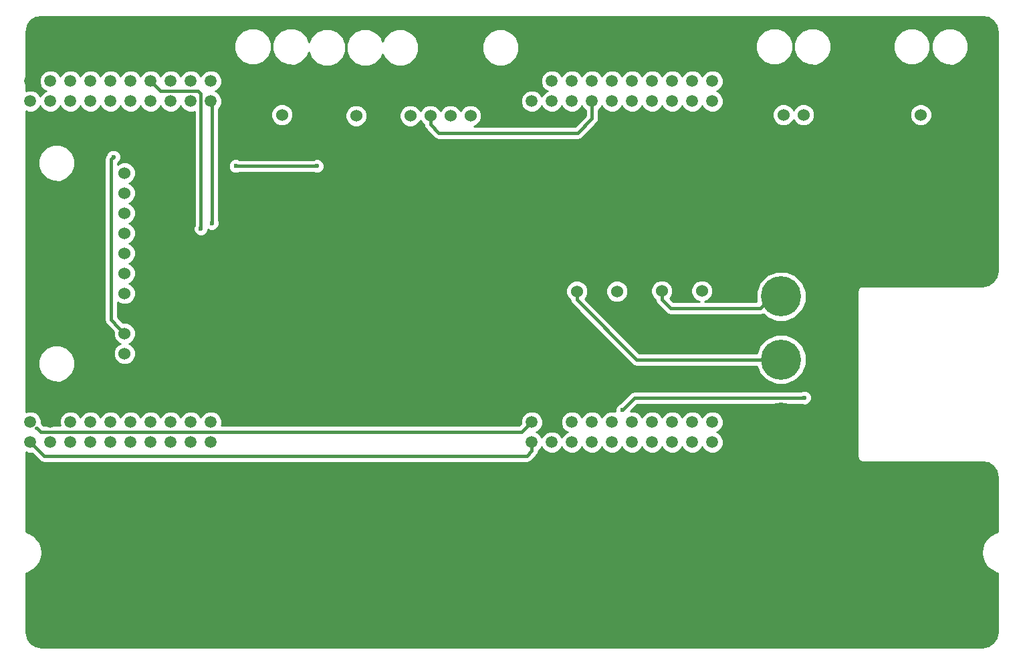
<source format=gbr>
G04 #@! TF.FileFunction,Copper,L2,Bot,Signal*
%FSLAX46Y46*%
G04 Gerber Fmt 4.6, Leading zero omitted, Abs format (unit mm)*
G04 Created by KiCad (PCBNEW 4.0.7) date 03/26/18 21:42:40*
%MOMM*%
%LPD*%
G01*
G04 APERTURE LIST*
%ADD10C,0.100000*%
%ADD11C,1.524000*%
%ADD12C,1.520000*%
%ADD13C,5.080000*%
%ADD14C,0.600000*%
%ADD15C,0.406400*%
%ADD16C,0.254000*%
G04 APERTURE END LIST*
D10*
D11*
X167386000Y-84709000D03*
X169926000Y-84709000D03*
X172466000Y-84709000D03*
X175006000Y-84709000D03*
X177546000Y-84709000D03*
D12*
X182778400Y-126034800D03*
X205638400Y-80314800D03*
X203098400Y-80314800D03*
X195478400Y-80314800D03*
X192938400Y-123494800D03*
X198018400Y-80314800D03*
X200558400Y-80314800D03*
X198018400Y-126034800D03*
X203098400Y-123494800D03*
X192938400Y-80314800D03*
X190398400Y-80314800D03*
X203098400Y-126034800D03*
X198018400Y-123494800D03*
X195478400Y-123494800D03*
X182778400Y-123494800D03*
X185318400Y-123494800D03*
X187858400Y-123494800D03*
X190398400Y-123494800D03*
X200558400Y-123494800D03*
X205638400Y-123494800D03*
X185318400Y-126034800D03*
X187858400Y-126034800D03*
X190398400Y-126034800D03*
X192938400Y-126034800D03*
X195478400Y-126034800D03*
X200558400Y-126034800D03*
X205638400Y-126034800D03*
X182778400Y-82854800D03*
X185318400Y-82854800D03*
X187858400Y-82854800D03*
X190398400Y-82854800D03*
X192938400Y-82854800D03*
X195478400Y-82854800D03*
X198018400Y-82854800D03*
X200558400Y-82854800D03*
X203098400Y-82854800D03*
X205638400Y-82854800D03*
X182778400Y-80314800D03*
X185318400Y-80314800D03*
X187858400Y-80314800D03*
X119278400Y-123494800D03*
X121818400Y-123494800D03*
X124358400Y-123494800D03*
X126898400Y-123494800D03*
X129438400Y-123494800D03*
X131978400Y-123494800D03*
X134518400Y-123494800D03*
X137058400Y-123494800D03*
X139598400Y-123494800D03*
X142138400Y-123494800D03*
X119278400Y-126034800D03*
X121818400Y-126034800D03*
X124358400Y-126034800D03*
X126898400Y-126034800D03*
X129438400Y-126034800D03*
X131978400Y-126034800D03*
X134518400Y-126034800D03*
X137058400Y-126034800D03*
X139598400Y-126034800D03*
X142138400Y-126034800D03*
X119278400Y-82854800D03*
X121818400Y-82854800D03*
X124358400Y-82854800D03*
X126898400Y-82854800D03*
X129438400Y-82854800D03*
X131978400Y-82854800D03*
X134518400Y-82854800D03*
X137058400Y-82854800D03*
X139598400Y-82854800D03*
X142138400Y-82854800D03*
X119278400Y-80314800D03*
X121818400Y-80314800D03*
X124358400Y-80314800D03*
X126898400Y-80314800D03*
X129438400Y-80314800D03*
X131978400Y-80314800D03*
X134518400Y-80314800D03*
X137058400Y-80314800D03*
X139598400Y-80314800D03*
X142138400Y-80314800D03*
D13*
X214325200Y-107571000D03*
X214325200Y-115570000D03*
X214325200Y-123571000D03*
D11*
X131216400Y-114808000D03*
X131216400Y-112268000D03*
X131216400Y-109728000D03*
X131216400Y-107188000D03*
X131216400Y-104648000D03*
X131216400Y-102108000D03*
X131216400Y-99568000D03*
X131216400Y-97028000D03*
X131216400Y-94488000D03*
X131216400Y-91948000D03*
X157988000Y-84709000D03*
X160528000Y-84709000D03*
X148590000Y-84582000D03*
X151130000Y-84582000D03*
X188468000Y-106934000D03*
X191008000Y-106934000D03*
X193548000Y-106934000D03*
X199237600Y-106883200D03*
X201777600Y-106883200D03*
X204317600Y-106883200D03*
X214630000Y-84582000D03*
X217170000Y-84582000D03*
X232029000Y-84582000D03*
X234569000Y-84582000D03*
D14*
X142240000Y-98298000D03*
X161442400Y-101295200D03*
X154076400Y-98196400D03*
X212750400Y-91135200D03*
X220776800Y-91440000D03*
X149623308Y-95111966D03*
X159258000Y-95250000D03*
X145288000Y-91084400D03*
X155549600Y-91084400D03*
X129794000Y-89916000D03*
X217297000Y-120396000D03*
X194246500Y-121983500D03*
X140868400Y-99009200D03*
D15*
X142240000Y-98298000D02*
X142240000Y-82956400D01*
X142240000Y-82956400D02*
X142138400Y-82854800D01*
X188468000Y-106934000D02*
X188468000Y-108011630D01*
X188468000Y-108011630D02*
X196026370Y-115570000D01*
X196026370Y-115570000D02*
X210733098Y-115570000D01*
X210733098Y-115570000D02*
X214325200Y-115570000D01*
X120586500Y-124777500D02*
X181495700Y-124777500D01*
X181495700Y-124777500D02*
X182778400Y-123494800D01*
X120063799Y-124254799D02*
X120586500Y-124777500D01*
X120038399Y-124254799D02*
X120063799Y-124254799D01*
X182778400Y-123494800D02*
X182018401Y-124254799D01*
X182018401Y-124254799D02*
X182005701Y-124254799D01*
X155549600Y-91084400D02*
X145288000Y-91084400D01*
X129794000Y-89916000D02*
X129494001Y-90215999D01*
X129494001Y-90215999D02*
X129494001Y-110545601D01*
X129494001Y-110545601D02*
X130454401Y-111506001D01*
X130454401Y-111506001D02*
X131216400Y-112268000D01*
X200369770Y-109093000D02*
X209042000Y-109093000D01*
X209042000Y-109093000D02*
X209211098Y-109093000D01*
X213231000Y-107571000D02*
X211709000Y-109093000D01*
X211709000Y-109093000D02*
X209042000Y-109093000D01*
X214325200Y-107571000D02*
X213231000Y-107571000D01*
X199237600Y-106883200D02*
X199237600Y-107960830D01*
X199237600Y-107960830D02*
X200369770Y-109093000D01*
X194246500Y-121983500D02*
X195770500Y-120459500D01*
X195770500Y-120459500D02*
X217233500Y-120459500D01*
X217233500Y-120459500D02*
X217297000Y-120396000D01*
X169926000Y-84709000D02*
X169926000Y-85786630D01*
X169926000Y-85786630D02*
X171007370Y-86868000D01*
X171007370Y-86868000D02*
X188595000Y-86868000D01*
X188595000Y-86868000D02*
X190398400Y-85064600D01*
X190398400Y-85064600D02*
X190398400Y-82854800D01*
X140868400Y-96113600D02*
X140868400Y-99009200D01*
X140868400Y-95453200D02*
X140868400Y-96113600D01*
X140868400Y-83769200D02*
X140868400Y-95453200D01*
X140868400Y-81991200D02*
X140868400Y-83769200D01*
X140817600Y-81940400D02*
X140868400Y-81991200D01*
X140462000Y-81584800D02*
X140817600Y-81940400D01*
X134518400Y-80314800D02*
X135788400Y-81584800D01*
X135788400Y-81584800D02*
X140462000Y-81584800D01*
X182126002Y-127762000D02*
X121005600Y-127762000D01*
X121005600Y-127762000D02*
X119278400Y-126034800D01*
X182778400Y-126034800D02*
X182778400Y-127109602D01*
X182778400Y-127109602D02*
X182126002Y-127762000D01*
D16*
G36*
X240592029Y-72290819D02*
X241197691Y-72695509D01*
X241602381Y-73301171D01*
X241758400Y-74085526D01*
X241758400Y-104324074D01*
X241602381Y-105108429D01*
X241197691Y-105714091D01*
X240592029Y-106118781D01*
X239807669Y-106274800D01*
X224688400Y-106274800D01*
X224416695Y-106328846D01*
X224186354Y-106482754D01*
X224032446Y-106713095D01*
X223978400Y-106984800D01*
X223978400Y-127812800D01*
X224032446Y-128084505D01*
X224186354Y-128314846D01*
X224416695Y-128468754D01*
X224688400Y-128522800D01*
X239807669Y-128522800D01*
X240592029Y-128678819D01*
X241197691Y-129083509D01*
X241602381Y-129689171D01*
X241758400Y-130473526D01*
X241758400Y-137390118D01*
X241552273Y-137431119D01*
X241424302Y-137484127D01*
X241296332Y-137537133D01*
X240637104Y-137977616D01*
X240441216Y-138173504D01*
X240000734Y-138832732D01*
X240000734Y-138832733D01*
X239894719Y-139088673D01*
X239740042Y-139866286D01*
X239740043Y-140004800D01*
X239740042Y-140143314D01*
X239894719Y-140920927D01*
X239947018Y-141047186D01*
X240000734Y-141176868D01*
X240441216Y-141836096D01*
X240637104Y-142031984D01*
X241296332Y-142472467D01*
X241424302Y-142525473D01*
X241552273Y-142578481D01*
X241758400Y-142619482D01*
X241758400Y-150044074D01*
X241602381Y-150828429D01*
X241197691Y-151434091D01*
X240592029Y-151838781D01*
X239807669Y-151994800D01*
X120669126Y-151994800D01*
X119884771Y-151838781D01*
X119279109Y-151434091D01*
X118874419Y-150828429D01*
X118718400Y-150044069D01*
X118718400Y-142619482D01*
X118924527Y-142578481D01*
X119105504Y-142503517D01*
X119180468Y-142472466D01*
X119839696Y-142031984D01*
X120035584Y-141836096D01*
X120476067Y-141176868D01*
X120529782Y-141047186D01*
X120582081Y-140920927D01*
X120736757Y-140143315D01*
X120736757Y-139866285D01*
X120582081Y-139088673D01*
X120529074Y-138960703D01*
X120476067Y-138832732D01*
X120035584Y-138173504D01*
X119839696Y-137977616D01*
X119180468Y-137537134D01*
X119105504Y-137506083D01*
X118924527Y-137431119D01*
X118718400Y-137390118D01*
X118718400Y-127312752D01*
X118999700Y-127429558D01*
X119488190Y-127429984D01*
X120412903Y-128354697D01*
X120684835Y-128536396D01*
X121005600Y-128600200D01*
X182126002Y-128600200D01*
X182446768Y-128536396D01*
X182718699Y-128354697D01*
X183371097Y-127702299D01*
X183552796Y-127430368D01*
X183601815Y-127183929D01*
X183960334Y-126826036D01*
X184048354Y-126614062D01*
X184135087Y-126823972D01*
X184527164Y-127216734D01*
X185039700Y-127429558D01*
X185594665Y-127430042D01*
X186107572Y-127218113D01*
X186500334Y-126826036D01*
X186588354Y-126614062D01*
X186675087Y-126823972D01*
X187067164Y-127216734D01*
X187579700Y-127429558D01*
X188134665Y-127430042D01*
X188647572Y-127218113D01*
X189040334Y-126826036D01*
X189128354Y-126614062D01*
X189215087Y-126823972D01*
X189607164Y-127216734D01*
X190119700Y-127429558D01*
X190674665Y-127430042D01*
X191187572Y-127218113D01*
X191580334Y-126826036D01*
X191668354Y-126614062D01*
X191755087Y-126823972D01*
X192147164Y-127216734D01*
X192659700Y-127429558D01*
X193214665Y-127430042D01*
X193727572Y-127218113D01*
X194120334Y-126826036D01*
X194208354Y-126614062D01*
X194295087Y-126823972D01*
X194687164Y-127216734D01*
X195199700Y-127429558D01*
X195754665Y-127430042D01*
X196267572Y-127218113D01*
X196660334Y-126826036D01*
X196748354Y-126614062D01*
X196835087Y-126823972D01*
X197227164Y-127216734D01*
X197739700Y-127429558D01*
X198294665Y-127430042D01*
X198807572Y-127218113D01*
X199200334Y-126826036D01*
X199288354Y-126614062D01*
X199375087Y-126823972D01*
X199767164Y-127216734D01*
X200279700Y-127429558D01*
X200834665Y-127430042D01*
X201347572Y-127218113D01*
X201740334Y-126826036D01*
X201828354Y-126614062D01*
X201915087Y-126823972D01*
X202307164Y-127216734D01*
X202819700Y-127429558D01*
X203374665Y-127430042D01*
X203887572Y-127218113D01*
X204280334Y-126826036D01*
X204368354Y-126614062D01*
X204455087Y-126823972D01*
X204847164Y-127216734D01*
X205359700Y-127429558D01*
X205914665Y-127430042D01*
X206427572Y-127218113D01*
X206820334Y-126826036D01*
X207033158Y-126313500D01*
X207033642Y-125758535D01*
X206821713Y-125245628D01*
X206429636Y-124852866D01*
X206217662Y-124764846D01*
X206427572Y-124678113D01*
X206820334Y-124286036D01*
X207033158Y-123773500D01*
X207033642Y-123218535D01*
X206821713Y-122705628D01*
X206429636Y-122312866D01*
X205917100Y-122100042D01*
X205362135Y-122099558D01*
X204849228Y-122311487D01*
X204456466Y-122703564D01*
X204368446Y-122915538D01*
X204281713Y-122705628D01*
X203889636Y-122312866D01*
X203377100Y-122100042D01*
X202822135Y-122099558D01*
X202309228Y-122311487D01*
X201916466Y-122703564D01*
X201828446Y-122915538D01*
X201741713Y-122705628D01*
X201349636Y-122312866D01*
X200837100Y-122100042D01*
X200282135Y-122099558D01*
X199769228Y-122311487D01*
X199376466Y-122703564D01*
X199288446Y-122915538D01*
X199201713Y-122705628D01*
X198809636Y-122312866D01*
X198297100Y-122100042D01*
X197742135Y-122099558D01*
X197229228Y-122311487D01*
X196836466Y-122703564D01*
X196748446Y-122915538D01*
X196661713Y-122705628D01*
X196269636Y-122312866D01*
X195757100Y-122100042D01*
X195315737Y-122099657D01*
X196117694Y-121297700D01*
X217030396Y-121297700D01*
X217110201Y-121330838D01*
X217482167Y-121331162D01*
X217825943Y-121189117D01*
X218089192Y-120926327D01*
X218231838Y-120582799D01*
X218232162Y-120210833D01*
X218090117Y-119867057D01*
X217827327Y-119603808D01*
X217483799Y-119461162D01*
X217111833Y-119460838D01*
X216768057Y-119602883D01*
X216749608Y-119621300D01*
X195770500Y-119621300D01*
X195449735Y-119685104D01*
X195449733Y-119685105D01*
X195449734Y-119685105D01*
X195177803Y-119866803D01*
X193950454Y-121094152D01*
X193717557Y-121190383D01*
X193454308Y-121453173D01*
X193311662Y-121796701D01*
X193311364Y-122139184D01*
X193217100Y-122100042D01*
X192662135Y-122099558D01*
X192149228Y-122311487D01*
X191756466Y-122703564D01*
X191668446Y-122915538D01*
X191581713Y-122705628D01*
X191189636Y-122312866D01*
X190677100Y-122100042D01*
X190122135Y-122099558D01*
X189609228Y-122311487D01*
X189216466Y-122703564D01*
X189128446Y-122915538D01*
X189041713Y-122705628D01*
X188649636Y-122312866D01*
X188137100Y-122100042D01*
X187582135Y-122099558D01*
X187069228Y-122311487D01*
X186676466Y-122703564D01*
X186463642Y-123216100D01*
X186463158Y-123771065D01*
X186675087Y-124283972D01*
X187067164Y-124676734D01*
X187279138Y-124764754D01*
X187069228Y-124851487D01*
X186676466Y-125243564D01*
X186588446Y-125455538D01*
X186501713Y-125245628D01*
X186109636Y-124852866D01*
X185597100Y-124640042D01*
X185042135Y-124639558D01*
X184529228Y-124851487D01*
X184136466Y-125243564D01*
X184048446Y-125455538D01*
X183961713Y-125245628D01*
X183569636Y-124852866D01*
X183357662Y-124764846D01*
X183567572Y-124678113D01*
X183960334Y-124286036D01*
X184173158Y-123773500D01*
X184173642Y-123218535D01*
X183961713Y-122705628D01*
X183569636Y-122312866D01*
X183057100Y-122100042D01*
X182502135Y-122099558D01*
X181989228Y-122311487D01*
X181596466Y-122703564D01*
X181383642Y-123216100D01*
X181383216Y-123704590D01*
X181148506Y-123939300D01*
X143464312Y-123939300D01*
X143533158Y-123773500D01*
X143533642Y-123218535D01*
X143321713Y-122705628D01*
X142929636Y-122312866D01*
X142417100Y-122100042D01*
X141862135Y-122099558D01*
X141349228Y-122311487D01*
X140956466Y-122703564D01*
X140868446Y-122915538D01*
X140781713Y-122705628D01*
X140389636Y-122312866D01*
X139877100Y-122100042D01*
X139322135Y-122099558D01*
X138809228Y-122311487D01*
X138416466Y-122703564D01*
X138328446Y-122915538D01*
X138241713Y-122705628D01*
X137849636Y-122312866D01*
X137337100Y-122100042D01*
X136782135Y-122099558D01*
X136269228Y-122311487D01*
X135876466Y-122703564D01*
X135788446Y-122915538D01*
X135701713Y-122705628D01*
X135309636Y-122312866D01*
X134797100Y-122100042D01*
X134242135Y-122099558D01*
X133729228Y-122311487D01*
X133336466Y-122703564D01*
X133248446Y-122915538D01*
X133161713Y-122705628D01*
X132769636Y-122312866D01*
X132257100Y-122100042D01*
X131702135Y-122099558D01*
X131189228Y-122311487D01*
X130796466Y-122703564D01*
X130708446Y-122915538D01*
X130621713Y-122705628D01*
X130229636Y-122312866D01*
X129717100Y-122100042D01*
X129162135Y-122099558D01*
X128649228Y-122311487D01*
X128256466Y-122703564D01*
X128168446Y-122915538D01*
X128081713Y-122705628D01*
X127689636Y-122312866D01*
X127177100Y-122100042D01*
X126622135Y-122099558D01*
X126109228Y-122311487D01*
X125716466Y-122703564D01*
X125628446Y-122915538D01*
X125541713Y-122705628D01*
X125149636Y-122312866D01*
X124637100Y-122100042D01*
X124082135Y-122099558D01*
X123569228Y-122311487D01*
X123176466Y-122703564D01*
X122963642Y-123216100D01*
X122963158Y-123771065D01*
X123032671Y-123939300D01*
X120933694Y-123939300D01*
X120673241Y-123678847D01*
X120673642Y-123218535D01*
X120461713Y-122705628D01*
X120069636Y-122312866D01*
X119557100Y-122100042D01*
X119002135Y-122099558D01*
X118718400Y-122216795D01*
X118718400Y-116545373D01*
X120219991Y-116545373D01*
X120578523Y-117413086D01*
X121241822Y-118077544D01*
X122108908Y-118437589D01*
X123047773Y-118438409D01*
X123915486Y-118079877D01*
X124579944Y-117416578D01*
X124939989Y-116549492D01*
X124940809Y-115610627D01*
X124582277Y-114742914D01*
X123918978Y-114078456D01*
X123051892Y-113718411D01*
X122113027Y-113717591D01*
X121245314Y-114076123D01*
X120580856Y-114739422D01*
X120220811Y-115606508D01*
X120219991Y-116545373D01*
X118718400Y-116545373D01*
X118718400Y-91145373D01*
X120219991Y-91145373D01*
X120578523Y-92013086D01*
X121241822Y-92677544D01*
X122108908Y-93037589D01*
X123047773Y-93038409D01*
X123915486Y-92679877D01*
X124579944Y-92016578D01*
X124939989Y-91149492D01*
X124940804Y-90215999D01*
X128655801Y-90215999D01*
X128655801Y-110545601D01*
X128719605Y-110866367D01*
X128901304Y-111138298D01*
X129819584Y-112056578D01*
X129819158Y-112544661D01*
X130031390Y-113058303D01*
X130424030Y-113451629D01*
X130631912Y-113537949D01*
X130426097Y-113622990D01*
X130032771Y-114015630D01*
X129819643Y-114528900D01*
X129819158Y-115084661D01*
X130031390Y-115598303D01*
X130424030Y-115991629D01*
X130937300Y-116204757D01*
X131493061Y-116205242D01*
X132006703Y-115993010D01*
X132400029Y-115600370D01*
X132613157Y-115087100D01*
X132613642Y-114531339D01*
X132401410Y-114017697D01*
X132008770Y-113624371D01*
X131800888Y-113538051D01*
X132006703Y-113453010D01*
X132400029Y-113060370D01*
X132613157Y-112547100D01*
X132613642Y-111991339D01*
X132401410Y-111477697D01*
X132008770Y-111084371D01*
X131495500Y-110871243D01*
X131004609Y-110870815D01*
X130332201Y-110198407D01*
X130332201Y-108279640D01*
X130424030Y-108371629D01*
X130937300Y-108584757D01*
X131493061Y-108585242D01*
X132006703Y-108373010D01*
X132400029Y-107980370D01*
X132613157Y-107467100D01*
X132613380Y-107210661D01*
X187070758Y-107210661D01*
X187282990Y-107724303D01*
X187644727Y-108086672D01*
X187693604Y-108332396D01*
X187875303Y-108604327D01*
X195433673Y-116162697D01*
X195705604Y-116344396D01*
X196026370Y-116408200D01*
X211236182Y-116408200D01*
X211631996Y-117366143D01*
X212524359Y-118260065D01*
X213690883Y-118744448D01*
X214953976Y-118745550D01*
X216121343Y-118263204D01*
X217015265Y-117370841D01*
X217499648Y-116204317D01*
X217500750Y-114941224D01*
X217018404Y-113773857D01*
X216126041Y-112879935D01*
X214959517Y-112395552D01*
X213696424Y-112394450D01*
X212529057Y-112876796D01*
X211635135Y-113769159D01*
X211235412Y-114731800D01*
X196373564Y-114731800D01*
X189509758Y-107867994D01*
X189651629Y-107726370D01*
X189864757Y-107213100D01*
X189864759Y-107210661D01*
X192150758Y-107210661D01*
X192362990Y-107724303D01*
X192755630Y-108117629D01*
X193268900Y-108330757D01*
X193824661Y-108331242D01*
X194338303Y-108119010D01*
X194731629Y-107726370D01*
X194944757Y-107213100D01*
X194944803Y-107159861D01*
X197840358Y-107159861D01*
X198052590Y-107673503D01*
X198414327Y-108035872D01*
X198463204Y-108281596D01*
X198644903Y-108553527D01*
X199777073Y-109685697D01*
X200049004Y-109867396D01*
X200369770Y-109931200D01*
X211709000Y-109931200D01*
X212029766Y-109867396D01*
X212090720Y-109826668D01*
X212524359Y-110261065D01*
X213690883Y-110745448D01*
X214953976Y-110746550D01*
X216121343Y-110264204D01*
X217015265Y-109371841D01*
X217499648Y-108205317D01*
X217500750Y-106942224D01*
X217018404Y-105774857D01*
X216126041Y-104880935D01*
X214959517Y-104396552D01*
X213696424Y-104395450D01*
X212529057Y-104877796D01*
X211635135Y-105770159D01*
X211150752Y-106936683D01*
X211149650Y-108199776D01*
X211172385Y-108254800D01*
X204656320Y-108254800D01*
X205107903Y-108068210D01*
X205501229Y-107675570D01*
X205714357Y-107162300D01*
X205714842Y-106606539D01*
X205502610Y-106092897D01*
X205109970Y-105699571D01*
X204596700Y-105486443D01*
X204040939Y-105485958D01*
X203527297Y-105698190D01*
X203133971Y-106090830D01*
X202920843Y-106604100D01*
X202920358Y-107159861D01*
X203132590Y-107673503D01*
X203525230Y-108066829D01*
X203977915Y-108254800D01*
X200716964Y-108254800D01*
X200279358Y-107817194D01*
X200421229Y-107675570D01*
X200634357Y-107162300D01*
X200634842Y-106606539D01*
X200422610Y-106092897D01*
X200029970Y-105699571D01*
X199516700Y-105486443D01*
X198960939Y-105485958D01*
X198447297Y-105698190D01*
X198053971Y-106090830D01*
X197840843Y-106604100D01*
X197840358Y-107159861D01*
X194944803Y-107159861D01*
X194945242Y-106657339D01*
X194733010Y-106143697D01*
X194340370Y-105750371D01*
X193827100Y-105537243D01*
X193271339Y-105536758D01*
X192757697Y-105748990D01*
X192364371Y-106141630D01*
X192151243Y-106654900D01*
X192150758Y-107210661D01*
X189864759Y-107210661D01*
X189865242Y-106657339D01*
X189653010Y-106143697D01*
X189260370Y-105750371D01*
X188747100Y-105537243D01*
X188191339Y-105536758D01*
X187677697Y-105748990D01*
X187284371Y-106141630D01*
X187071243Y-106654900D01*
X187070758Y-107210661D01*
X132613380Y-107210661D01*
X132613642Y-106911339D01*
X132401410Y-106397697D01*
X132008770Y-106004371D01*
X131800888Y-105918051D01*
X132006703Y-105833010D01*
X132400029Y-105440370D01*
X132613157Y-104927100D01*
X132613642Y-104371339D01*
X132401410Y-103857697D01*
X132008770Y-103464371D01*
X131800888Y-103378051D01*
X132006703Y-103293010D01*
X132400029Y-102900370D01*
X132613157Y-102387100D01*
X132613642Y-101831339D01*
X132401410Y-101317697D01*
X132008770Y-100924371D01*
X131800888Y-100838051D01*
X132006703Y-100753010D01*
X132400029Y-100360370D01*
X132613157Y-99847100D01*
X132613642Y-99291339D01*
X132401410Y-98777697D01*
X132008770Y-98384371D01*
X131800888Y-98298051D01*
X132006703Y-98213010D01*
X132400029Y-97820370D01*
X132613157Y-97307100D01*
X132613642Y-96751339D01*
X132401410Y-96237697D01*
X132008770Y-95844371D01*
X131800888Y-95758051D01*
X132006703Y-95673010D01*
X132400029Y-95280370D01*
X132613157Y-94767100D01*
X132613642Y-94211339D01*
X132401410Y-93697697D01*
X132008770Y-93304371D01*
X131800888Y-93218051D01*
X132006703Y-93133010D01*
X132400029Y-92740370D01*
X132613157Y-92227100D01*
X132613642Y-91671339D01*
X132401410Y-91157697D01*
X132008770Y-90764371D01*
X131495500Y-90551243D01*
X130939739Y-90550758D01*
X130426097Y-90762990D01*
X130332201Y-90856722D01*
X130332201Y-90699875D01*
X130586192Y-90446327D01*
X130728838Y-90102799D01*
X130729162Y-89730833D01*
X130587117Y-89387057D01*
X130324327Y-89123808D01*
X129980799Y-88981162D01*
X129608833Y-88980838D01*
X129265057Y-89122883D01*
X129001808Y-89385673D01*
X128904436Y-89620170D01*
X128901304Y-89623302D01*
X128719605Y-89895233D01*
X128719605Y-89895234D01*
X128655801Y-90215999D01*
X124940804Y-90215999D01*
X124940809Y-90210627D01*
X124582277Y-89342914D01*
X123918978Y-88678456D01*
X123051892Y-88318411D01*
X122113027Y-88317591D01*
X121245314Y-88676123D01*
X120580856Y-89339422D01*
X120220811Y-90206508D01*
X120219991Y-91145373D01*
X118718400Y-91145373D01*
X118718400Y-84132752D01*
X118999700Y-84249558D01*
X119554665Y-84250042D01*
X120067572Y-84038113D01*
X120460334Y-83646036D01*
X120548354Y-83434062D01*
X120635087Y-83643972D01*
X121027164Y-84036734D01*
X121539700Y-84249558D01*
X122094665Y-84250042D01*
X122607572Y-84038113D01*
X123000334Y-83646036D01*
X123088354Y-83434062D01*
X123175087Y-83643972D01*
X123567164Y-84036734D01*
X124079700Y-84249558D01*
X124634665Y-84250042D01*
X125147572Y-84038113D01*
X125540334Y-83646036D01*
X125628354Y-83434062D01*
X125715087Y-83643972D01*
X126107164Y-84036734D01*
X126619700Y-84249558D01*
X127174665Y-84250042D01*
X127687572Y-84038113D01*
X128080334Y-83646036D01*
X128168354Y-83434062D01*
X128255087Y-83643972D01*
X128647164Y-84036734D01*
X129159700Y-84249558D01*
X129714665Y-84250042D01*
X130227572Y-84038113D01*
X130620334Y-83646036D01*
X130708354Y-83434062D01*
X130795087Y-83643972D01*
X131187164Y-84036734D01*
X131699700Y-84249558D01*
X132254665Y-84250042D01*
X132767572Y-84038113D01*
X133160334Y-83646036D01*
X133248354Y-83434062D01*
X133335087Y-83643972D01*
X133727164Y-84036734D01*
X134239700Y-84249558D01*
X134794665Y-84250042D01*
X135307572Y-84038113D01*
X135700334Y-83646036D01*
X135788354Y-83434062D01*
X135875087Y-83643972D01*
X136267164Y-84036734D01*
X136779700Y-84249558D01*
X137334665Y-84250042D01*
X137847572Y-84038113D01*
X138240334Y-83646036D01*
X138328354Y-83434062D01*
X138415087Y-83643972D01*
X138807164Y-84036734D01*
X139319700Y-84249558D01*
X139874665Y-84250042D01*
X140030200Y-84185776D01*
X140030200Y-98589672D01*
X139933562Y-98822401D01*
X139933238Y-99194367D01*
X140075283Y-99538143D01*
X140338073Y-99801392D01*
X140681601Y-99944038D01*
X141053567Y-99944362D01*
X141397343Y-99802317D01*
X141660592Y-99539527D01*
X141803238Y-99195999D01*
X141803296Y-99129068D01*
X142053201Y-99232838D01*
X142425167Y-99233162D01*
X142768943Y-99091117D01*
X143032192Y-98828327D01*
X143174838Y-98484799D01*
X143175162Y-98112833D01*
X143078200Y-97878166D01*
X143078200Y-91269567D01*
X144352838Y-91269567D01*
X144494883Y-91613343D01*
X144757673Y-91876592D01*
X145101201Y-92019238D01*
X145473167Y-92019562D01*
X145707834Y-91922600D01*
X155130072Y-91922600D01*
X155362801Y-92019238D01*
X155734767Y-92019562D01*
X156078543Y-91877517D01*
X156341792Y-91614727D01*
X156484438Y-91271199D01*
X156484762Y-90899233D01*
X156342717Y-90555457D01*
X156079927Y-90292208D01*
X155736399Y-90149562D01*
X155364433Y-90149238D01*
X155129766Y-90246200D01*
X145707528Y-90246200D01*
X145474799Y-90149562D01*
X145102833Y-90149238D01*
X144759057Y-90291283D01*
X144495808Y-90554073D01*
X144353162Y-90897601D01*
X144352838Y-91269567D01*
X143078200Y-91269567D01*
X143078200Y-84858661D01*
X149732758Y-84858661D01*
X149944990Y-85372303D01*
X150337630Y-85765629D01*
X150850900Y-85978757D01*
X151406661Y-85979242D01*
X151920303Y-85767010D01*
X152313629Y-85374370D01*
X152475034Y-84985661D01*
X159130758Y-84985661D01*
X159342990Y-85499303D01*
X159735630Y-85892629D01*
X160248900Y-86105757D01*
X160804661Y-86106242D01*
X161318303Y-85894010D01*
X161711629Y-85501370D01*
X161924757Y-84988100D01*
X161924759Y-84985661D01*
X165988758Y-84985661D01*
X166200990Y-85499303D01*
X166593630Y-85892629D01*
X167106900Y-86105757D01*
X167662661Y-86106242D01*
X168176303Y-85894010D01*
X168569629Y-85501370D01*
X168655949Y-85293488D01*
X168740990Y-85499303D01*
X169102727Y-85861672D01*
X169151604Y-86107396D01*
X169333303Y-86379327D01*
X170414673Y-87460697D01*
X170686604Y-87642396D01*
X171007370Y-87706200D01*
X188595000Y-87706200D01*
X188915766Y-87642396D01*
X189187697Y-87460697D01*
X190991097Y-85657297D01*
X191172796Y-85385365D01*
X191236600Y-85064600D01*
X191236600Y-84858661D01*
X213232758Y-84858661D01*
X213444990Y-85372303D01*
X213837630Y-85765629D01*
X214350900Y-85978757D01*
X214906661Y-85979242D01*
X215420303Y-85767010D01*
X215813629Y-85374370D01*
X215899949Y-85166488D01*
X215984990Y-85372303D01*
X216377630Y-85765629D01*
X216890900Y-85978757D01*
X217446661Y-85979242D01*
X217960303Y-85767010D01*
X218353629Y-85374370D01*
X218566757Y-84861100D01*
X218566759Y-84858661D01*
X230631758Y-84858661D01*
X230843990Y-85372303D01*
X231236630Y-85765629D01*
X231749900Y-85978757D01*
X232305661Y-85979242D01*
X232819303Y-85767010D01*
X233212629Y-85374370D01*
X233425757Y-84861100D01*
X233426242Y-84305339D01*
X233214010Y-83791697D01*
X232821370Y-83398371D01*
X232308100Y-83185243D01*
X231752339Y-83184758D01*
X231238697Y-83396990D01*
X230845371Y-83789630D01*
X230632243Y-84302900D01*
X230631758Y-84858661D01*
X218566759Y-84858661D01*
X218567242Y-84305339D01*
X218355010Y-83791697D01*
X217962370Y-83398371D01*
X217449100Y-83185243D01*
X216893339Y-83184758D01*
X216379697Y-83396990D01*
X215986371Y-83789630D01*
X215900051Y-83997512D01*
X215815010Y-83791697D01*
X215422370Y-83398371D01*
X214909100Y-83185243D01*
X214353339Y-83184758D01*
X213839697Y-83396990D01*
X213446371Y-83789630D01*
X213233243Y-84302900D01*
X213232758Y-84858661D01*
X191236600Y-84858661D01*
X191236600Y-83989171D01*
X191580334Y-83646036D01*
X191668354Y-83434062D01*
X191755087Y-83643972D01*
X192147164Y-84036734D01*
X192659700Y-84249558D01*
X193214665Y-84250042D01*
X193727572Y-84038113D01*
X194120334Y-83646036D01*
X194208354Y-83434062D01*
X194295087Y-83643972D01*
X194687164Y-84036734D01*
X195199700Y-84249558D01*
X195754665Y-84250042D01*
X196267572Y-84038113D01*
X196660334Y-83646036D01*
X196748354Y-83434062D01*
X196835087Y-83643972D01*
X197227164Y-84036734D01*
X197739700Y-84249558D01*
X198294665Y-84250042D01*
X198807572Y-84038113D01*
X199200334Y-83646036D01*
X199288354Y-83434062D01*
X199375087Y-83643972D01*
X199767164Y-84036734D01*
X200279700Y-84249558D01*
X200834665Y-84250042D01*
X201347572Y-84038113D01*
X201740334Y-83646036D01*
X201828354Y-83434062D01*
X201915087Y-83643972D01*
X202307164Y-84036734D01*
X202819700Y-84249558D01*
X203374665Y-84250042D01*
X203887572Y-84038113D01*
X204280334Y-83646036D01*
X204368354Y-83434062D01*
X204455087Y-83643972D01*
X204847164Y-84036734D01*
X205359700Y-84249558D01*
X205914665Y-84250042D01*
X206427572Y-84038113D01*
X206820334Y-83646036D01*
X207033158Y-83133500D01*
X207033642Y-82578535D01*
X206821713Y-82065628D01*
X206429636Y-81672866D01*
X206217662Y-81584846D01*
X206427572Y-81498113D01*
X206820334Y-81106036D01*
X207033158Y-80593500D01*
X207033642Y-80038535D01*
X206821713Y-79525628D01*
X206429636Y-79132866D01*
X205917100Y-78920042D01*
X205362135Y-78919558D01*
X204849228Y-79131487D01*
X204456466Y-79523564D01*
X204368446Y-79735538D01*
X204281713Y-79525628D01*
X203889636Y-79132866D01*
X203377100Y-78920042D01*
X202822135Y-78919558D01*
X202309228Y-79131487D01*
X201916466Y-79523564D01*
X201828446Y-79735538D01*
X201741713Y-79525628D01*
X201349636Y-79132866D01*
X200837100Y-78920042D01*
X200282135Y-78919558D01*
X199769228Y-79131487D01*
X199376466Y-79523564D01*
X199288446Y-79735538D01*
X199201713Y-79525628D01*
X198809636Y-79132866D01*
X198297100Y-78920042D01*
X197742135Y-78919558D01*
X197229228Y-79131487D01*
X196836466Y-79523564D01*
X196748446Y-79735538D01*
X196661713Y-79525628D01*
X196269636Y-79132866D01*
X195757100Y-78920042D01*
X195202135Y-78919558D01*
X194689228Y-79131487D01*
X194296466Y-79523564D01*
X194208446Y-79735538D01*
X194121713Y-79525628D01*
X193729636Y-79132866D01*
X193217100Y-78920042D01*
X192662135Y-78919558D01*
X192149228Y-79131487D01*
X191756466Y-79523564D01*
X191668446Y-79735538D01*
X191581713Y-79525628D01*
X191189636Y-79132866D01*
X190677100Y-78920042D01*
X190122135Y-78919558D01*
X189609228Y-79131487D01*
X189216466Y-79523564D01*
X189128446Y-79735538D01*
X189041713Y-79525628D01*
X188649636Y-79132866D01*
X188137100Y-78920042D01*
X187582135Y-78919558D01*
X187069228Y-79131487D01*
X186676466Y-79523564D01*
X186588446Y-79735538D01*
X186501713Y-79525628D01*
X186109636Y-79132866D01*
X185597100Y-78920042D01*
X185042135Y-78919558D01*
X184529228Y-79131487D01*
X184136466Y-79523564D01*
X183923642Y-80036100D01*
X183923158Y-80591065D01*
X184135087Y-81103972D01*
X184527164Y-81496734D01*
X184739138Y-81584754D01*
X184529228Y-81671487D01*
X184136466Y-82063564D01*
X184048446Y-82275538D01*
X183961713Y-82065628D01*
X183569636Y-81672866D01*
X183057100Y-81460042D01*
X182502135Y-81459558D01*
X181989228Y-81671487D01*
X181596466Y-82063564D01*
X181383642Y-82576100D01*
X181383158Y-83131065D01*
X181595087Y-83643972D01*
X181987164Y-84036734D01*
X182499700Y-84249558D01*
X183054665Y-84250042D01*
X183567572Y-84038113D01*
X183960334Y-83646036D01*
X184048354Y-83434062D01*
X184135087Y-83643972D01*
X184527164Y-84036734D01*
X185039700Y-84249558D01*
X185594665Y-84250042D01*
X186107572Y-84038113D01*
X186500334Y-83646036D01*
X186588354Y-83434062D01*
X186675087Y-83643972D01*
X187067164Y-84036734D01*
X187579700Y-84249558D01*
X188134665Y-84250042D01*
X188647572Y-84038113D01*
X189040334Y-83646036D01*
X189128354Y-83434062D01*
X189215087Y-83643972D01*
X189560200Y-83989688D01*
X189560200Y-84717406D01*
X188247806Y-86029800D01*
X175467665Y-86029800D01*
X175796303Y-85894010D01*
X176189629Y-85501370D01*
X176402757Y-84988100D01*
X176403242Y-84432339D01*
X176191010Y-83918697D01*
X175798370Y-83525371D01*
X175285100Y-83312243D01*
X174729339Y-83311758D01*
X174215697Y-83523990D01*
X173822371Y-83916630D01*
X173736051Y-84124512D01*
X173651010Y-83918697D01*
X173258370Y-83525371D01*
X172745100Y-83312243D01*
X172189339Y-83311758D01*
X171675697Y-83523990D01*
X171282371Y-83916630D01*
X171196051Y-84124512D01*
X171111010Y-83918697D01*
X170718370Y-83525371D01*
X170205100Y-83312243D01*
X169649339Y-83311758D01*
X169135697Y-83523990D01*
X168742371Y-83916630D01*
X168656051Y-84124512D01*
X168571010Y-83918697D01*
X168178370Y-83525371D01*
X167665100Y-83312243D01*
X167109339Y-83311758D01*
X166595697Y-83523990D01*
X166202371Y-83916630D01*
X165989243Y-84429900D01*
X165988758Y-84985661D01*
X161924759Y-84985661D01*
X161925242Y-84432339D01*
X161713010Y-83918697D01*
X161320370Y-83525371D01*
X160807100Y-83312243D01*
X160251339Y-83311758D01*
X159737697Y-83523990D01*
X159344371Y-83916630D01*
X159131243Y-84429900D01*
X159130758Y-84985661D01*
X152475034Y-84985661D01*
X152526757Y-84861100D01*
X152527242Y-84305339D01*
X152315010Y-83791697D01*
X151922370Y-83398371D01*
X151409100Y-83185243D01*
X150853339Y-83184758D01*
X150339697Y-83396990D01*
X149946371Y-83789630D01*
X149733243Y-84302900D01*
X149732758Y-84858661D01*
X143078200Y-84858661D01*
X143078200Y-83887748D01*
X143320334Y-83646036D01*
X143533158Y-83133500D01*
X143533642Y-82578535D01*
X143321713Y-82065628D01*
X142929636Y-81672866D01*
X142717662Y-81584846D01*
X142927572Y-81498113D01*
X143320334Y-81106036D01*
X143533158Y-80593500D01*
X143533642Y-80038535D01*
X143321713Y-79525628D01*
X142929636Y-79132866D01*
X142417100Y-78920042D01*
X141862135Y-78919558D01*
X141349228Y-79131487D01*
X140956466Y-79523564D01*
X140868446Y-79735538D01*
X140781713Y-79525628D01*
X140389636Y-79132866D01*
X139877100Y-78920042D01*
X139322135Y-78919558D01*
X138809228Y-79131487D01*
X138416466Y-79523564D01*
X138328446Y-79735538D01*
X138241713Y-79525628D01*
X137849636Y-79132866D01*
X137337100Y-78920042D01*
X136782135Y-78919558D01*
X136269228Y-79131487D01*
X135876466Y-79523564D01*
X135788446Y-79735538D01*
X135701713Y-79525628D01*
X135309636Y-79132866D01*
X134797100Y-78920042D01*
X134242135Y-78919558D01*
X133729228Y-79131487D01*
X133336466Y-79523564D01*
X133248446Y-79735538D01*
X133161713Y-79525628D01*
X132769636Y-79132866D01*
X132257100Y-78920042D01*
X131702135Y-78919558D01*
X131189228Y-79131487D01*
X130796466Y-79523564D01*
X130708446Y-79735538D01*
X130621713Y-79525628D01*
X130229636Y-79132866D01*
X129717100Y-78920042D01*
X129162135Y-78919558D01*
X128649228Y-79131487D01*
X128256466Y-79523564D01*
X128168446Y-79735538D01*
X128081713Y-79525628D01*
X127689636Y-79132866D01*
X127177100Y-78920042D01*
X126622135Y-78919558D01*
X126109228Y-79131487D01*
X125716466Y-79523564D01*
X125628446Y-79735538D01*
X125541713Y-79525628D01*
X125149636Y-79132866D01*
X124637100Y-78920042D01*
X124082135Y-78919558D01*
X123569228Y-79131487D01*
X123176466Y-79523564D01*
X123088446Y-79735538D01*
X123001713Y-79525628D01*
X122609636Y-79132866D01*
X122097100Y-78920042D01*
X121542135Y-78919558D01*
X121029228Y-79131487D01*
X120636466Y-79523564D01*
X120423642Y-80036100D01*
X120423158Y-80591065D01*
X120635087Y-81103972D01*
X121027164Y-81496734D01*
X121239138Y-81584754D01*
X121029228Y-81671487D01*
X120636466Y-82063564D01*
X120548446Y-82275538D01*
X120461713Y-82065628D01*
X120069636Y-81672866D01*
X119557100Y-81460042D01*
X119002135Y-81459558D01*
X118718400Y-81576795D01*
X118718400Y-76409373D01*
X145084591Y-76409373D01*
X145443123Y-77277086D01*
X146106422Y-77941544D01*
X146973508Y-78301589D01*
X147912373Y-78302409D01*
X148780086Y-77943877D01*
X149444544Y-77280578D01*
X149804589Y-76413492D01*
X149804589Y-76413373D01*
X149912591Y-76413373D01*
X150271123Y-77281086D01*
X150934422Y-77945544D01*
X151801508Y-78305589D01*
X152740373Y-78306409D01*
X153608086Y-77947877D01*
X154272544Y-77284578D01*
X154532784Y-76657849D01*
X154841123Y-77404086D01*
X155504422Y-78068544D01*
X156371508Y-78428589D01*
X157310373Y-78429409D01*
X158178086Y-78070877D01*
X158842544Y-77407578D01*
X159202589Y-76540492D01*
X159202589Y-76540373D01*
X159310591Y-76540373D01*
X159669123Y-77408086D01*
X160332422Y-78072544D01*
X161199508Y-78432589D01*
X162138373Y-78433409D01*
X163006086Y-78074877D01*
X163670544Y-77411578D01*
X163893604Y-76874389D01*
X164114123Y-77408086D01*
X164777422Y-78072544D01*
X165644508Y-78432589D01*
X166583373Y-78433409D01*
X167451086Y-78074877D01*
X168115544Y-77411578D01*
X168475589Y-76544492D01*
X168475592Y-76540373D01*
X176455591Y-76540373D01*
X176814123Y-77408086D01*
X177477422Y-78072544D01*
X178344508Y-78432589D01*
X179283373Y-78433409D01*
X180151086Y-78074877D01*
X180815544Y-77411578D01*
X181175589Y-76544492D01*
X181175707Y-76409373D01*
X211124591Y-76409373D01*
X211483123Y-77277086D01*
X212146422Y-77941544D01*
X213013508Y-78301589D01*
X213952373Y-78302409D01*
X214820086Y-77943877D01*
X215484544Y-77280578D01*
X215844589Y-76413492D01*
X215844589Y-76413373D01*
X215952591Y-76413373D01*
X216311123Y-77281086D01*
X216974422Y-77945544D01*
X217841508Y-78305589D01*
X218780373Y-78306409D01*
X219648086Y-77947877D01*
X220312544Y-77284578D01*
X220672589Y-76417492D01*
X220672596Y-76409373D01*
X228523591Y-76409373D01*
X228882123Y-77277086D01*
X229545422Y-77941544D01*
X230412508Y-78301589D01*
X231351373Y-78302409D01*
X232219086Y-77943877D01*
X232883544Y-77280578D01*
X233243589Y-76413492D01*
X233243589Y-76413373D01*
X233351591Y-76413373D01*
X233710123Y-77281086D01*
X234373422Y-77945544D01*
X235240508Y-78305589D01*
X236179373Y-78306409D01*
X237047086Y-77947877D01*
X237711544Y-77284578D01*
X238071589Y-76417492D01*
X238072409Y-75478627D01*
X237713877Y-74610914D01*
X237050578Y-73946456D01*
X236183492Y-73586411D01*
X235244627Y-73585591D01*
X234376914Y-73944123D01*
X233712456Y-74607422D01*
X233352411Y-75474508D01*
X233351591Y-76413373D01*
X233243589Y-76413373D01*
X233244409Y-75474627D01*
X232885877Y-74606914D01*
X232222578Y-73942456D01*
X231355492Y-73582411D01*
X230416627Y-73581591D01*
X229548914Y-73940123D01*
X228884456Y-74603422D01*
X228524411Y-75470508D01*
X228523591Y-76409373D01*
X220672596Y-76409373D01*
X220673409Y-75478627D01*
X220314877Y-74610914D01*
X219651578Y-73946456D01*
X218784492Y-73586411D01*
X217845627Y-73585591D01*
X216977914Y-73944123D01*
X216313456Y-74607422D01*
X215953411Y-75474508D01*
X215952591Y-76413373D01*
X215844589Y-76413373D01*
X215845409Y-75474627D01*
X215486877Y-74606914D01*
X214823578Y-73942456D01*
X213956492Y-73582411D01*
X213017627Y-73581591D01*
X212149914Y-73940123D01*
X211485456Y-74603422D01*
X211125411Y-75470508D01*
X211124591Y-76409373D01*
X181175707Y-76409373D01*
X181176409Y-75605627D01*
X180817877Y-74737914D01*
X180154578Y-74073456D01*
X179287492Y-73713411D01*
X178348627Y-73712591D01*
X177480914Y-74071123D01*
X176816456Y-74734422D01*
X176456411Y-75601508D01*
X176455591Y-76540373D01*
X168475592Y-76540373D01*
X168476409Y-75605627D01*
X168117877Y-74737914D01*
X167454578Y-74073456D01*
X166587492Y-73713411D01*
X165648627Y-73712591D01*
X164780914Y-74071123D01*
X164116456Y-74734422D01*
X163893396Y-75271611D01*
X163672877Y-74737914D01*
X163009578Y-74073456D01*
X162142492Y-73713411D01*
X161203627Y-73712591D01*
X160335914Y-74071123D01*
X159671456Y-74734422D01*
X159311411Y-75601508D01*
X159310591Y-76540373D01*
X159202589Y-76540373D01*
X159203409Y-75601627D01*
X158844877Y-74733914D01*
X158181578Y-74069456D01*
X157314492Y-73709411D01*
X156375627Y-73708591D01*
X155507914Y-74067123D01*
X154843456Y-74730422D01*
X154583216Y-75357151D01*
X154274877Y-74610914D01*
X153611578Y-73946456D01*
X152744492Y-73586411D01*
X151805627Y-73585591D01*
X150937914Y-73944123D01*
X150273456Y-74607422D01*
X149913411Y-75474508D01*
X149912591Y-76413373D01*
X149804589Y-76413373D01*
X149805409Y-75474627D01*
X149446877Y-74606914D01*
X148783578Y-73942456D01*
X147916492Y-73582411D01*
X146977627Y-73581591D01*
X146109914Y-73940123D01*
X145445456Y-74603422D01*
X145085411Y-75470508D01*
X145084591Y-76409373D01*
X118718400Y-76409373D01*
X118718400Y-74085531D01*
X118874419Y-73301171D01*
X119279109Y-72695509D01*
X119884771Y-72290819D01*
X120669126Y-72134800D01*
X239807669Y-72134800D01*
X240592029Y-72290819D01*
X240592029Y-72290819D01*
G37*
X240592029Y-72290819D02*
X241197691Y-72695509D01*
X241602381Y-73301171D01*
X241758400Y-74085526D01*
X241758400Y-104324074D01*
X241602381Y-105108429D01*
X241197691Y-105714091D01*
X240592029Y-106118781D01*
X239807669Y-106274800D01*
X224688400Y-106274800D01*
X224416695Y-106328846D01*
X224186354Y-106482754D01*
X224032446Y-106713095D01*
X223978400Y-106984800D01*
X223978400Y-127812800D01*
X224032446Y-128084505D01*
X224186354Y-128314846D01*
X224416695Y-128468754D01*
X224688400Y-128522800D01*
X239807669Y-128522800D01*
X240592029Y-128678819D01*
X241197691Y-129083509D01*
X241602381Y-129689171D01*
X241758400Y-130473526D01*
X241758400Y-137390118D01*
X241552273Y-137431119D01*
X241424302Y-137484127D01*
X241296332Y-137537133D01*
X240637104Y-137977616D01*
X240441216Y-138173504D01*
X240000734Y-138832732D01*
X240000734Y-138832733D01*
X239894719Y-139088673D01*
X239740042Y-139866286D01*
X239740043Y-140004800D01*
X239740042Y-140143314D01*
X239894719Y-140920927D01*
X239947018Y-141047186D01*
X240000734Y-141176868D01*
X240441216Y-141836096D01*
X240637104Y-142031984D01*
X241296332Y-142472467D01*
X241424302Y-142525473D01*
X241552273Y-142578481D01*
X241758400Y-142619482D01*
X241758400Y-150044074D01*
X241602381Y-150828429D01*
X241197691Y-151434091D01*
X240592029Y-151838781D01*
X239807669Y-151994800D01*
X120669126Y-151994800D01*
X119884771Y-151838781D01*
X119279109Y-151434091D01*
X118874419Y-150828429D01*
X118718400Y-150044069D01*
X118718400Y-142619482D01*
X118924527Y-142578481D01*
X119105504Y-142503517D01*
X119180468Y-142472466D01*
X119839696Y-142031984D01*
X120035584Y-141836096D01*
X120476067Y-141176868D01*
X120529782Y-141047186D01*
X120582081Y-140920927D01*
X120736757Y-140143315D01*
X120736757Y-139866285D01*
X120582081Y-139088673D01*
X120529074Y-138960703D01*
X120476067Y-138832732D01*
X120035584Y-138173504D01*
X119839696Y-137977616D01*
X119180468Y-137537134D01*
X119105504Y-137506083D01*
X118924527Y-137431119D01*
X118718400Y-137390118D01*
X118718400Y-127312752D01*
X118999700Y-127429558D01*
X119488190Y-127429984D01*
X120412903Y-128354697D01*
X120684835Y-128536396D01*
X121005600Y-128600200D01*
X182126002Y-128600200D01*
X182446768Y-128536396D01*
X182718699Y-128354697D01*
X183371097Y-127702299D01*
X183552796Y-127430368D01*
X183601815Y-127183929D01*
X183960334Y-126826036D01*
X184048354Y-126614062D01*
X184135087Y-126823972D01*
X184527164Y-127216734D01*
X185039700Y-127429558D01*
X185594665Y-127430042D01*
X186107572Y-127218113D01*
X186500334Y-126826036D01*
X186588354Y-126614062D01*
X186675087Y-126823972D01*
X187067164Y-127216734D01*
X187579700Y-127429558D01*
X188134665Y-127430042D01*
X188647572Y-127218113D01*
X189040334Y-126826036D01*
X189128354Y-126614062D01*
X189215087Y-126823972D01*
X189607164Y-127216734D01*
X190119700Y-127429558D01*
X190674665Y-127430042D01*
X191187572Y-127218113D01*
X191580334Y-126826036D01*
X191668354Y-126614062D01*
X191755087Y-126823972D01*
X192147164Y-127216734D01*
X192659700Y-127429558D01*
X193214665Y-127430042D01*
X193727572Y-127218113D01*
X194120334Y-126826036D01*
X194208354Y-126614062D01*
X194295087Y-126823972D01*
X194687164Y-127216734D01*
X195199700Y-127429558D01*
X195754665Y-127430042D01*
X196267572Y-127218113D01*
X196660334Y-126826036D01*
X196748354Y-126614062D01*
X196835087Y-126823972D01*
X197227164Y-127216734D01*
X197739700Y-127429558D01*
X198294665Y-127430042D01*
X198807572Y-127218113D01*
X199200334Y-126826036D01*
X199288354Y-126614062D01*
X199375087Y-126823972D01*
X199767164Y-127216734D01*
X200279700Y-127429558D01*
X200834665Y-127430042D01*
X201347572Y-127218113D01*
X201740334Y-126826036D01*
X201828354Y-126614062D01*
X201915087Y-126823972D01*
X202307164Y-127216734D01*
X202819700Y-127429558D01*
X203374665Y-127430042D01*
X203887572Y-127218113D01*
X204280334Y-126826036D01*
X204368354Y-126614062D01*
X204455087Y-126823972D01*
X204847164Y-127216734D01*
X205359700Y-127429558D01*
X205914665Y-127430042D01*
X206427572Y-127218113D01*
X206820334Y-126826036D01*
X207033158Y-126313500D01*
X207033642Y-125758535D01*
X206821713Y-125245628D01*
X206429636Y-124852866D01*
X206217662Y-124764846D01*
X206427572Y-124678113D01*
X206820334Y-124286036D01*
X207033158Y-123773500D01*
X207033642Y-123218535D01*
X206821713Y-122705628D01*
X206429636Y-122312866D01*
X205917100Y-122100042D01*
X205362135Y-122099558D01*
X204849228Y-122311487D01*
X204456466Y-122703564D01*
X204368446Y-122915538D01*
X204281713Y-122705628D01*
X203889636Y-122312866D01*
X203377100Y-122100042D01*
X202822135Y-122099558D01*
X202309228Y-122311487D01*
X201916466Y-122703564D01*
X201828446Y-122915538D01*
X201741713Y-122705628D01*
X201349636Y-122312866D01*
X200837100Y-122100042D01*
X200282135Y-122099558D01*
X199769228Y-122311487D01*
X199376466Y-122703564D01*
X199288446Y-122915538D01*
X199201713Y-122705628D01*
X198809636Y-122312866D01*
X198297100Y-122100042D01*
X197742135Y-122099558D01*
X197229228Y-122311487D01*
X196836466Y-122703564D01*
X196748446Y-122915538D01*
X196661713Y-122705628D01*
X196269636Y-122312866D01*
X195757100Y-122100042D01*
X195315737Y-122099657D01*
X196117694Y-121297700D01*
X217030396Y-121297700D01*
X217110201Y-121330838D01*
X217482167Y-121331162D01*
X217825943Y-121189117D01*
X218089192Y-120926327D01*
X218231838Y-120582799D01*
X218232162Y-120210833D01*
X218090117Y-119867057D01*
X217827327Y-119603808D01*
X217483799Y-119461162D01*
X217111833Y-119460838D01*
X216768057Y-119602883D01*
X216749608Y-119621300D01*
X195770500Y-119621300D01*
X195449735Y-119685104D01*
X195449733Y-119685105D01*
X195449734Y-119685105D01*
X195177803Y-119866803D01*
X193950454Y-121094152D01*
X193717557Y-121190383D01*
X193454308Y-121453173D01*
X193311662Y-121796701D01*
X193311364Y-122139184D01*
X193217100Y-122100042D01*
X192662135Y-122099558D01*
X192149228Y-122311487D01*
X191756466Y-122703564D01*
X191668446Y-122915538D01*
X191581713Y-122705628D01*
X191189636Y-122312866D01*
X190677100Y-122100042D01*
X190122135Y-122099558D01*
X189609228Y-122311487D01*
X189216466Y-122703564D01*
X189128446Y-122915538D01*
X189041713Y-122705628D01*
X188649636Y-122312866D01*
X188137100Y-122100042D01*
X187582135Y-122099558D01*
X187069228Y-122311487D01*
X186676466Y-122703564D01*
X186463642Y-123216100D01*
X186463158Y-123771065D01*
X186675087Y-124283972D01*
X187067164Y-124676734D01*
X187279138Y-124764754D01*
X187069228Y-124851487D01*
X186676466Y-125243564D01*
X186588446Y-125455538D01*
X186501713Y-125245628D01*
X186109636Y-124852866D01*
X185597100Y-124640042D01*
X185042135Y-124639558D01*
X184529228Y-124851487D01*
X184136466Y-125243564D01*
X184048446Y-125455538D01*
X183961713Y-125245628D01*
X183569636Y-124852866D01*
X183357662Y-124764846D01*
X183567572Y-124678113D01*
X183960334Y-124286036D01*
X184173158Y-123773500D01*
X184173642Y-123218535D01*
X183961713Y-122705628D01*
X183569636Y-122312866D01*
X183057100Y-122100042D01*
X182502135Y-122099558D01*
X181989228Y-122311487D01*
X181596466Y-122703564D01*
X181383642Y-123216100D01*
X181383216Y-123704590D01*
X181148506Y-123939300D01*
X143464312Y-123939300D01*
X143533158Y-123773500D01*
X143533642Y-123218535D01*
X143321713Y-122705628D01*
X142929636Y-122312866D01*
X142417100Y-122100042D01*
X141862135Y-122099558D01*
X141349228Y-122311487D01*
X140956466Y-122703564D01*
X140868446Y-122915538D01*
X140781713Y-122705628D01*
X140389636Y-122312866D01*
X139877100Y-122100042D01*
X139322135Y-122099558D01*
X138809228Y-122311487D01*
X138416466Y-122703564D01*
X138328446Y-122915538D01*
X138241713Y-122705628D01*
X137849636Y-122312866D01*
X137337100Y-122100042D01*
X136782135Y-122099558D01*
X136269228Y-122311487D01*
X135876466Y-122703564D01*
X135788446Y-122915538D01*
X135701713Y-122705628D01*
X135309636Y-122312866D01*
X134797100Y-122100042D01*
X134242135Y-122099558D01*
X133729228Y-122311487D01*
X133336466Y-122703564D01*
X133248446Y-122915538D01*
X133161713Y-122705628D01*
X132769636Y-122312866D01*
X132257100Y-122100042D01*
X131702135Y-122099558D01*
X131189228Y-122311487D01*
X130796466Y-122703564D01*
X130708446Y-122915538D01*
X130621713Y-122705628D01*
X130229636Y-122312866D01*
X129717100Y-122100042D01*
X129162135Y-122099558D01*
X128649228Y-122311487D01*
X128256466Y-122703564D01*
X128168446Y-122915538D01*
X128081713Y-122705628D01*
X127689636Y-122312866D01*
X127177100Y-122100042D01*
X126622135Y-122099558D01*
X126109228Y-122311487D01*
X125716466Y-122703564D01*
X125628446Y-122915538D01*
X125541713Y-122705628D01*
X125149636Y-122312866D01*
X124637100Y-122100042D01*
X124082135Y-122099558D01*
X123569228Y-122311487D01*
X123176466Y-122703564D01*
X122963642Y-123216100D01*
X122963158Y-123771065D01*
X123032671Y-123939300D01*
X120933694Y-123939300D01*
X120673241Y-123678847D01*
X120673642Y-123218535D01*
X120461713Y-122705628D01*
X120069636Y-122312866D01*
X119557100Y-122100042D01*
X119002135Y-122099558D01*
X118718400Y-122216795D01*
X118718400Y-116545373D01*
X120219991Y-116545373D01*
X120578523Y-117413086D01*
X121241822Y-118077544D01*
X122108908Y-118437589D01*
X123047773Y-118438409D01*
X123915486Y-118079877D01*
X124579944Y-117416578D01*
X124939989Y-116549492D01*
X124940809Y-115610627D01*
X124582277Y-114742914D01*
X123918978Y-114078456D01*
X123051892Y-113718411D01*
X122113027Y-113717591D01*
X121245314Y-114076123D01*
X120580856Y-114739422D01*
X120220811Y-115606508D01*
X120219991Y-116545373D01*
X118718400Y-116545373D01*
X118718400Y-91145373D01*
X120219991Y-91145373D01*
X120578523Y-92013086D01*
X121241822Y-92677544D01*
X122108908Y-93037589D01*
X123047773Y-93038409D01*
X123915486Y-92679877D01*
X124579944Y-92016578D01*
X124939989Y-91149492D01*
X124940804Y-90215999D01*
X128655801Y-90215999D01*
X128655801Y-110545601D01*
X128719605Y-110866367D01*
X128901304Y-111138298D01*
X129819584Y-112056578D01*
X129819158Y-112544661D01*
X130031390Y-113058303D01*
X130424030Y-113451629D01*
X130631912Y-113537949D01*
X130426097Y-113622990D01*
X130032771Y-114015630D01*
X129819643Y-114528900D01*
X129819158Y-115084661D01*
X130031390Y-115598303D01*
X130424030Y-115991629D01*
X130937300Y-116204757D01*
X131493061Y-116205242D01*
X132006703Y-115993010D01*
X132400029Y-115600370D01*
X132613157Y-115087100D01*
X132613642Y-114531339D01*
X132401410Y-114017697D01*
X132008770Y-113624371D01*
X131800888Y-113538051D01*
X132006703Y-113453010D01*
X132400029Y-113060370D01*
X132613157Y-112547100D01*
X132613642Y-111991339D01*
X132401410Y-111477697D01*
X132008770Y-111084371D01*
X131495500Y-110871243D01*
X131004609Y-110870815D01*
X130332201Y-110198407D01*
X130332201Y-108279640D01*
X130424030Y-108371629D01*
X130937300Y-108584757D01*
X131493061Y-108585242D01*
X132006703Y-108373010D01*
X132400029Y-107980370D01*
X132613157Y-107467100D01*
X132613380Y-107210661D01*
X187070758Y-107210661D01*
X187282990Y-107724303D01*
X187644727Y-108086672D01*
X187693604Y-108332396D01*
X187875303Y-108604327D01*
X195433673Y-116162697D01*
X195705604Y-116344396D01*
X196026370Y-116408200D01*
X211236182Y-116408200D01*
X211631996Y-117366143D01*
X212524359Y-118260065D01*
X213690883Y-118744448D01*
X214953976Y-118745550D01*
X216121343Y-118263204D01*
X217015265Y-117370841D01*
X217499648Y-116204317D01*
X217500750Y-114941224D01*
X217018404Y-113773857D01*
X216126041Y-112879935D01*
X214959517Y-112395552D01*
X213696424Y-112394450D01*
X212529057Y-112876796D01*
X211635135Y-113769159D01*
X211235412Y-114731800D01*
X196373564Y-114731800D01*
X189509758Y-107867994D01*
X189651629Y-107726370D01*
X189864757Y-107213100D01*
X189864759Y-107210661D01*
X192150758Y-107210661D01*
X192362990Y-107724303D01*
X192755630Y-108117629D01*
X193268900Y-108330757D01*
X193824661Y-108331242D01*
X194338303Y-108119010D01*
X194731629Y-107726370D01*
X194944757Y-107213100D01*
X194944803Y-107159861D01*
X197840358Y-107159861D01*
X198052590Y-107673503D01*
X198414327Y-108035872D01*
X198463204Y-108281596D01*
X198644903Y-108553527D01*
X199777073Y-109685697D01*
X200049004Y-109867396D01*
X200369770Y-109931200D01*
X211709000Y-109931200D01*
X212029766Y-109867396D01*
X212090720Y-109826668D01*
X212524359Y-110261065D01*
X213690883Y-110745448D01*
X214953976Y-110746550D01*
X216121343Y-110264204D01*
X217015265Y-109371841D01*
X217499648Y-108205317D01*
X217500750Y-106942224D01*
X217018404Y-105774857D01*
X216126041Y-104880935D01*
X214959517Y-104396552D01*
X213696424Y-104395450D01*
X212529057Y-104877796D01*
X211635135Y-105770159D01*
X211150752Y-106936683D01*
X211149650Y-108199776D01*
X211172385Y-108254800D01*
X204656320Y-108254800D01*
X205107903Y-108068210D01*
X205501229Y-107675570D01*
X205714357Y-107162300D01*
X205714842Y-106606539D01*
X205502610Y-106092897D01*
X205109970Y-105699571D01*
X204596700Y-105486443D01*
X204040939Y-105485958D01*
X203527297Y-105698190D01*
X203133971Y-106090830D01*
X202920843Y-106604100D01*
X202920358Y-107159861D01*
X203132590Y-107673503D01*
X203525230Y-108066829D01*
X203977915Y-108254800D01*
X200716964Y-108254800D01*
X200279358Y-107817194D01*
X200421229Y-107675570D01*
X200634357Y-107162300D01*
X200634842Y-106606539D01*
X200422610Y-106092897D01*
X200029970Y-105699571D01*
X199516700Y-105486443D01*
X198960939Y-105485958D01*
X198447297Y-105698190D01*
X198053971Y-106090830D01*
X197840843Y-106604100D01*
X197840358Y-107159861D01*
X194944803Y-107159861D01*
X194945242Y-106657339D01*
X194733010Y-106143697D01*
X194340370Y-105750371D01*
X193827100Y-105537243D01*
X193271339Y-105536758D01*
X192757697Y-105748990D01*
X192364371Y-106141630D01*
X192151243Y-106654900D01*
X192150758Y-107210661D01*
X189864759Y-107210661D01*
X189865242Y-106657339D01*
X189653010Y-106143697D01*
X189260370Y-105750371D01*
X188747100Y-105537243D01*
X188191339Y-105536758D01*
X187677697Y-105748990D01*
X187284371Y-106141630D01*
X187071243Y-106654900D01*
X187070758Y-107210661D01*
X132613380Y-107210661D01*
X132613642Y-106911339D01*
X132401410Y-106397697D01*
X132008770Y-106004371D01*
X131800888Y-105918051D01*
X132006703Y-105833010D01*
X132400029Y-105440370D01*
X132613157Y-104927100D01*
X132613642Y-104371339D01*
X132401410Y-103857697D01*
X132008770Y-103464371D01*
X131800888Y-103378051D01*
X132006703Y-103293010D01*
X132400029Y-102900370D01*
X132613157Y-102387100D01*
X132613642Y-101831339D01*
X132401410Y-101317697D01*
X132008770Y-100924371D01*
X131800888Y-100838051D01*
X132006703Y-100753010D01*
X132400029Y-100360370D01*
X132613157Y-99847100D01*
X132613642Y-99291339D01*
X132401410Y-98777697D01*
X132008770Y-98384371D01*
X131800888Y-98298051D01*
X132006703Y-98213010D01*
X132400029Y-97820370D01*
X132613157Y-97307100D01*
X132613642Y-96751339D01*
X132401410Y-96237697D01*
X132008770Y-95844371D01*
X131800888Y-95758051D01*
X132006703Y-95673010D01*
X132400029Y-95280370D01*
X132613157Y-94767100D01*
X132613642Y-94211339D01*
X132401410Y-93697697D01*
X132008770Y-93304371D01*
X131800888Y-93218051D01*
X132006703Y-93133010D01*
X132400029Y-92740370D01*
X132613157Y-92227100D01*
X132613642Y-91671339D01*
X132401410Y-91157697D01*
X132008770Y-90764371D01*
X131495500Y-90551243D01*
X130939739Y-90550758D01*
X130426097Y-90762990D01*
X130332201Y-90856722D01*
X130332201Y-90699875D01*
X130586192Y-90446327D01*
X130728838Y-90102799D01*
X130729162Y-89730833D01*
X130587117Y-89387057D01*
X130324327Y-89123808D01*
X129980799Y-88981162D01*
X129608833Y-88980838D01*
X129265057Y-89122883D01*
X129001808Y-89385673D01*
X128904436Y-89620170D01*
X128901304Y-89623302D01*
X128719605Y-89895233D01*
X128719605Y-89895234D01*
X128655801Y-90215999D01*
X124940804Y-90215999D01*
X124940809Y-90210627D01*
X124582277Y-89342914D01*
X123918978Y-88678456D01*
X123051892Y-88318411D01*
X122113027Y-88317591D01*
X121245314Y-88676123D01*
X120580856Y-89339422D01*
X120220811Y-90206508D01*
X120219991Y-91145373D01*
X118718400Y-91145373D01*
X118718400Y-84132752D01*
X118999700Y-84249558D01*
X119554665Y-84250042D01*
X120067572Y-84038113D01*
X120460334Y-83646036D01*
X120548354Y-83434062D01*
X120635087Y-83643972D01*
X121027164Y-84036734D01*
X121539700Y-84249558D01*
X122094665Y-84250042D01*
X122607572Y-84038113D01*
X123000334Y-83646036D01*
X123088354Y-83434062D01*
X123175087Y-83643972D01*
X123567164Y-84036734D01*
X124079700Y-84249558D01*
X124634665Y-84250042D01*
X125147572Y-84038113D01*
X125540334Y-83646036D01*
X125628354Y-83434062D01*
X125715087Y-83643972D01*
X126107164Y-84036734D01*
X126619700Y-84249558D01*
X127174665Y-84250042D01*
X127687572Y-84038113D01*
X128080334Y-83646036D01*
X128168354Y-83434062D01*
X128255087Y-83643972D01*
X128647164Y-84036734D01*
X129159700Y-84249558D01*
X129714665Y-84250042D01*
X130227572Y-84038113D01*
X130620334Y-83646036D01*
X130708354Y-83434062D01*
X130795087Y-83643972D01*
X131187164Y-84036734D01*
X131699700Y-84249558D01*
X132254665Y-84250042D01*
X132767572Y-84038113D01*
X133160334Y-83646036D01*
X133248354Y-83434062D01*
X133335087Y-83643972D01*
X133727164Y-84036734D01*
X134239700Y-84249558D01*
X134794665Y-84250042D01*
X135307572Y-84038113D01*
X135700334Y-83646036D01*
X135788354Y-83434062D01*
X135875087Y-83643972D01*
X136267164Y-84036734D01*
X136779700Y-84249558D01*
X137334665Y-84250042D01*
X137847572Y-84038113D01*
X138240334Y-83646036D01*
X138328354Y-83434062D01*
X138415087Y-83643972D01*
X138807164Y-84036734D01*
X139319700Y-84249558D01*
X139874665Y-84250042D01*
X140030200Y-84185776D01*
X140030200Y-98589672D01*
X139933562Y-98822401D01*
X139933238Y-99194367D01*
X140075283Y-99538143D01*
X140338073Y-99801392D01*
X140681601Y-99944038D01*
X141053567Y-99944362D01*
X141397343Y-99802317D01*
X141660592Y-99539527D01*
X141803238Y-99195999D01*
X141803296Y-99129068D01*
X142053201Y-99232838D01*
X142425167Y-99233162D01*
X142768943Y-99091117D01*
X143032192Y-98828327D01*
X143174838Y-98484799D01*
X143175162Y-98112833D01*
X143078200Y-97878166D01*
X143078200Y-91269567D01*
X144352838Y-91269567D01*
X144494883Y-91613343D01*
X144757673Y-91876592D01*
X145101201Y-92019238D01*
X145473167Y-92019562D01*
X145707834Y-91922600D01*
X155130072Y-91922600D01*
X155362801Y-92019238D01*
X155734767Y-92019562D01*
X156078543Y-91877517D01*
X156341792Y-91614727D01*
X156484438Y-91271199D01*
X156484762Y-90899233D01*
X156342717Y-90555457D01*
X156079927Y-90292208D01*
X155736399Y-90149562D01*
X155364433Y-90149238D01*
X155129766Y-90246200D01*
X145707528Y-90246200D01*
X145474799Y-90149562D01*
X145102833Y-90149238D01*
X144759057Y-90291283D01*
X144495808Y-90554073D01*
X144353162Y-90897601D01*
X144352838Y-91269567D01*
X143078200Y-91269567D01*
X143078200Y-84858661D01*
X149732758Y-84858661D01*
X149944990Y-85372303D01*
X150337630Y-85765629D01*
X150850900Y-85978757D01*
X151406661Y-85979242D01*
X151920303Y-85767010D01*
X152313629Y-85374370D01*
X152475034Y-84985661D01*
X159130758Y-84985661D01*
X159342990Y-85499303D01*
X159735630Y-85892629D01*
X160248900Y-86105757D01*
X160804661Y-86106242D01*
X161318303Y-85894010D01*
X161711629Y-85501370D01*
X161924757Y-84988100D01*
X161924759Y-84985661D01*
X165988758Y-84985661D01*
X166200990Y-85499303D01*
X166593630Y-85892629D01*
X167106900Y-86105757D01*
X167662661Y-86106242D01*
X168176303Y-85894010D01*
X168569629Y-85501370D01*
X168655949Y-85293488D01*
X168740990Y-85499303D01*
X169102727Y-85861672D01*
X169151604Y-86107396D01*
X169333303Y-86379327D01*
X170414673Y-87460697D01*
X170686604Y-87642396D01*
X171007370Y-87706200D01*
X188595000Y-87706200D01*
X188915766Y-87642396D01*
X189187697Y-87460697D01*
X190991097Y-85657297D01*
X191172796Y-85385365D01*
X191236600Y-85064600D01*
X191236600Y-84858661D01*
X213232758Y-84858661D01*
X213444990Y-85372303D01*
X213837630Y-85765629D01*
X214350900Y-85978757D01*
X214906661Y-85979242D01*
X215420303Y-85767010D01*
X215813629Y-85374370D01*
X215899949Y-85166488D01*
X215984990Y-85372303D01*
X216377630Y-85765629D01*
X216890900Y-85978757D01*
X217446661Y-85979242D01*
X217960303Y-85767010D01*
X218353629Y-85374370D01*
X218566757Y-84861100D01*
X218566759Y-84858661D01*
X230631758Y-84858661D01*
X230843990Y-85372303D01*
X231236630Y-85765629D01*
X231749900Y-85978757D01*
X232305661Y-85979242D01*
X232819303Y-85767010D01*
X233212629Y-85374370D01*
X233425757Y-84861100D01*
X233426242Y-84305339D01*
X233214010Y-83791697D01*
X232821370Y-83398371D01*
X232308100Y-83185243D01*
X231752339Y-83184758D01*
X231238697Y-83396990D01*
X230845371Y-83789630D01*
X230632243Y-84302900D01*
X230631758Y-84858661D01*
X218566759Y-84858661D01*
X218567242Y-84305339D01*
X218355010Y-83791697D01*
X217962370Y-83398371D01*
X217449100Y-83185243D01*
X216893339Y-83184758D01*
X216379697Y-83396990D01*
X215986371Y-83789630D01*
X215900051Y-83997512D01*
X215815010Y-83791697D01*
X215422370Y-83398371D01*
X214909100Y-83185243D01*
X214353339Y-83184758D01*
X213839697Y-83396990D01*
X213446371Y-83789630D01*
X213233243Y-84302900D01*
X213232758Y-84858661D01*
X191236600Y-84858661D01*
X191236600Y-83989171D01*
X191580334Y-83646036D01*
X191668354Y-83434062D01*
X191755087Y-83643972D01*
X192147164Y-84036734D01*
X192659700Y-84249558D01*
X193214665Y-84250042D01*
X193727572Y-84038113D01*
X194120334Y-83646036D01*
X194208354Y-83434062D01*
X194295087Y-83643972D01*
X194687164Y-84036734D01*
X195199700Y-84249558D01*
X195754665Y-84250042D01*
X196267572Y-84038113D01*
X196660334Y-83646036D01*
X196748354Y-83434062D01*
X196835087Y-83643972D01*
X197227164Y-84036734D01*
X197739700Y-84249558D01*
X198294665Y-84250042D01*
X198807572Y-84038113D01*
X199200334Y-83646036D01*
X199288354Y-83434062D01*
X199375087Y-83643972D01*
X199767164Y-84036734D01*
X200279700Y-84249558D01*
X200834665Y-84250042D01*
X201347572Y-84038113D01*
X201740334Y-83646036D01*
X201828354Y-83434062D01*
X201915087Y-83643972D01*
X202307164Y-84036734D01*
X202819700Y-84249558D01*
X203374665Y-84250042D01*
X203887572Y-84038113D01*
X204280334Y-83646036D01*
X204368354Y-83434062D01*
X204455087Y-83643972D01*
X204847164Y-84036734D01*
X205359700Y-84249558D01*
X205914665Y-84250042D01*
X206427572Y-84038113D01*
X206820334Y-83646036D01*
X207033158Y-83133500D01*
X207033642Y-82578535D01*
X206821713Y-82065628D01*
X206429636Y-81672866D01*
X206217662Y-81584846D01*
X206427572Y-81498113D01*
X206820334Y-81106036D01*
X207033158Y-80593500D01*
X207033642Y-80038535D01*
X206821713Y-79525628D01*
X206429636Y-79132866D01*
X205917100Y-78920042D01*
X205362135Y-78919558D01*
X204849228Y-79131487D01*
X204456466Y-79523564D01*
X204368446Y-79735538D01*
X204281713Y-79525628D01*
X203889636Y-79132866D01*
X203377100Y-78920042D01*
X202822135Y-78919558D01*
X202309228Y-79131487D01*
X201916466Y-79523564D01*
X201828446Y-79735538D01*
X201741713Y-79525628D01*
X201349636Y-79132866D01*
X200837100Y-78920042D01*
X200282135Y-78919558D01*
X199769228Y-79131487D01*
X199376466Y-79523564D01*
X199288446Y-79735538D01*
X199201713Y-79525628D01*
X198809636Y-79132866D01*
X198297100Y-78920042D01*
X197742135Y-78919558D01*
X197229228Y-79131487D01*
X196836466Y-79523564D01*
X196748446Y-79735538D01*
X196661713Y-79525628D01*
X196269636Y-79132866D01*
X195757100Y-78920042D01*
X195202135Y-78919558D01*
X194689228Y-79131487D01*
X194296466Y-79523564D01*
X194208446Y-79735538D01*
X194121713Y-79525628D01*
X193729636Y-79132866D01*
X193217100Y-78920042D01*
X192662135Y-78919558D01*
X192149228Y-79131487D01*
X191756466Y-79523564D01*
X191668446Y-79735538D01*
X191581713Y-79525628D01*
X191189636Y-79132866D01*
X190677100Y-78920042D01*
X190122135Y-78919558D01*
X189609228Y-79131487D01*
X189216466Y-79523564D01*
X189128446Y-79735538D01*
X189041713Y-79525628D01*
X188649636Y-79132866D01*
X188137100Y-78920042D01*
X187582135Y-78919558D01*
X187069228Y-79131487D01*
X186676466Y-79523564D01*
X186588446Y-79735538D01*
X186501713Y-79525628D01*
X186109636Y-79132866D01*
X185597100Y-78920042D01*
X185042135Y-78919558D01*
X184529228Y-79131487D01*
X184136466Y-79523564D01*
X183923642Y-80036100D01*
X183923158Y-80591065D01*
X184135087Y-81103972D01*
X184527164Y-81496734D01*
X184739138Y-81584754D01*
X184529228Y-81671487D01*
X184136466Y-82063564D01*
X184048446Y-82275538D01*
X183961713Y-82065628D01*
X183569636Y-81672866D01*
X183057100Y-81460042D01*
X182502135Y-81459558D01*
X181989228Y-81671487D01*
X181596466Y-82063564D01*
X181383642Y-82576100D01*
X181383158Y-83131065D01*
X181595087Y-83643972D01*
X181987164Y-84036734D01*
X182499700Y-84249558D01*
X183054665Y-84250042D01*
X183567572Y-84038113D01*
X183960334Y-83646036D01*
X184048354Y-83434062D01*
X184135087Y-83643972D01*
X184527164Y-84036734D01*
X185039700Y-84249558D01*
X185594665Y-84250042D01*
X186107572Y-84038113D01*
X186500334Y-83646036D01*
X186588354Y-83434062D01*
X186675087Y-83643972D01*
X187067164Y-84036734D01*
X187579700Y-84249558D01*
X188134665Y-84250042D01*
X188647572Y-84038113D01*
X189040334Y-83646036D01*
X189128354Y-83434062D01*
X189215087Y-83643972D01*
X189560200Y-83989688D01*
X189560200Y-84717406D01*
X188247806Y-86029800D01*
X175467665Y-86029800D01*
X175796303Y-85894010D01*
X176189629Y-85501370D01*
X176402757Y-84988100D01*
X176403242Y-84432339D01*
X176191010Y-83918697D01*
X175798370Y-83525371D01*
X175285100Y-83312243D01*
X174729339Y-83311758D01*
X174215697Y-83523990D01*
X173822371Y-83916630D01*
X173736051Y-84124512D01*
X173651010Y-83918697D01*
X173258370Y-83525371D01*
X172745100Y-83312243D01*
X172189339Y-83311758D01*
X171675697Y-83523990D01*
X171282371Y-83916630D01*
X171196051Y-84124512D01*
X171111010Y-83918697D01*
X170718370Y-83525371D01*
X170205100Y-83312243D01*
X169649339Y-83311758D01*
X169135697Y-83523990D01*
X168742371Y-83916630D01*
X168656051Y-84124512D01*
X168571010Y-83918697D01*
X168178370Y-83525371D01*
X167665100Y-83312243D01*
X167109339Y-83311758D01*
X166595697Y-83523990D01*
X166202371Y-83916630D01*
X165989243Y-84429900D01*
X165988758Y-84985661D01*
X161924759Y-84985661D01*
X161925242Y-84432339D01*
X161713010Y-83918697D01*
X161320370Y-83525371D01*
X160807100Y-83312243D01*
X160251339Y-83311758D01*
X159737697Y-83523990D01*
X159344371Y-83916630D01*
X159131243Y-84429900D01*
X159130758Y-84985661D01*
X152475034Y-84985661D01*
X152526757Y-84861100D01*
X152527242Y-84305339D01*
X152315010Y-83791697D01*
X151922370Y-83398371D01*
X151409100Y-83185243D01*
X150853339Y-83184758D01*
X150339697Y-83396990D01*
X149946371Y-83789630D01*
X149733243Y-84302900D01*
X149732758Y-84858661D01*
X143078200Y-84858661D01*
X143078200Y-83887748D01*
X143320334Y-83646036D01*
X143533158Y-83133500D01*
X143533642Y-82578535D01*
X143321713Y-82065628D01*
X142929636Y-81672866D01*
X142717662Y-81584846D01*
X142927572Y-81498113D01*
X143320334Y-81106036D01*
X143533158Y-80593500D01*
X143533642Y-80038535D01*
X143321713Y-79525628D01*
X142929636Y-79132866D01*
X142417100Y-78920042D01*
X141862135Y-78919558D01*
X141349228Y-79131487D01*
X140956466Y-79523564D01*
X140868446Y-79735538D01*
X140781713Y-79525628D01*
X140389636Y-79132866D01*
X139877100Y-78920042D01*
X139322135Y-78919558D01*
X138809228Y-79131487D01*
X138416466Y-79523564D01*
X138328446Y-79735538D01*
X138241713Y-79525628D01*
X137849636Y-79132866D01*
X137337100Y-78920042D01*
X136782135Y-78919558D01*
X136269228Y-79131487D01*
X135876466Y-79523564D01*
X135788446Y-79735538D01*
X135701713Y-79525628D01*
X135309636Y-79132866D01*
X134797100Y-78920042D01*
X134242135Y-78919558D01*
X133729228Y-79131487D01*
X133336466Y-79523564D01*
X133248446Y-79735538D01*
X133161713Y-79525628D01*
X132769636Y-79132866D01*
X132257100Y-78920042D01*
X131702135Y-78919558D01*
X131189228Y-79131487D01*
X130796466Y-79523564D01*
X130708446Y-79735538D01*
X130621713Y-79525628D01*
X130229636Y-79132866D01*
X129717100Y-78920042D01*
X129162135Y-78919558D01*
X128649228Y-79131487D01*
X128256466Y-79523564D01*
X128168446Y-79735538D01*
X128081713Y-79525628D01*
X127689636Y-79132866D01*
X127177100Y-78920042D01*
X126622135Y-78919558D01*
X126109228Y-79131487D01*
X125716466Y-79523564D01*
X125628446Y-79735538D01*
X125541713Y-79525628D01*
X125149636Y-79132866D01*
X124637100Y-78920042D01*
X124082135Y-78919558D01*
X123569228Y-79131487D01*
X123176466Y-79523564D01*
X123088446Y-79735538D01*
X123001713Y-79525628D01*
X122609636Y-79132866D01*
X122097100Y-78920042D01*
X121542135Y-78919558D01*
X121029228Y-79131487D01*
X120636466Y-79523564D01*
X120423642Y-80036100D01*
X120423158Y-80591065D01*
X120635087Y-81103972D01*
X121027164Y-81496734D01*
X121239138Y-81584754D01*
X121029228Y-81671487D01*
X120636466Y-82063564D01*
X120548446Y-82275538D01*
X120461713Y-82065628D01*
X120069636Y-81672866D01*
X119557100Y-81460042D01*
X119002135Y-81459558D01*
X118718400Y-81576795D01*
X118718400Y-76409373D01*
X145084591Y-76409373D01*
X145443123Y-77277086D01*
X146106422Y-77941544D01*
X146973508Y-78301589D01*
X147912373Y-78302409D01*
X148780086Y-77943877D01*
X149444544Y-77280578D01*
X149804589Y-76413492D01*
X149804589Y-76413373D01*
X149912591Y-76413373D01*
X150271123Y-77281086D01*
X150934422Y-77945544D01*
X151801508Y-78305589D01*
X152740373Y-78306409D01*
X153608086Y-77947877D01*
X154272544Y-77284578D01*
X154532784Y-76657849D01*
X154841123Y-77404086D01*
X155504422Y-78068544D01*
X156371508Y-78428589D01*
X157310373Y-78429409D01*
X158178086Y-78070877D01*
X158842544Y-77407578D01*
X159202589Y-76540492D01*
X159202589Y-76540373D01*
X159310591Y-76540373D01*
X159669123Y-77408086D01*
X160332422Y-78072544D01*
X161199508Y-78432589D01*
X162138373Y-78433409D01*
X163006086Y-78074877D01*
X163670544Y-77411578D01*
X163893604Y-76874389D01*
X164114123Y-77408086D01*
X164777422Y-78072544D01*
X165644508Y-78432589D01*
X166583373Y-78433409D01*
X167451086Y-78074877D01*
X168115544Y-77411578D01*
X168475589Y-76544492D01*
X168475592Y-76540373D01*
X176455591Y-76540373D01*
X176814123Y-77408086D01*
X177477422Y-78072544D01*
X178344508Y-78432589D01*
X179283373Y-78433409D01*
X180151086Y-78074877D01*
X180815544Y-77411578D01*
X181175589Y-76544492D01*
X181175707Y-76409373D01*
X211124591Y-76409373D01*
X211483123Y-77277086D01*
X212146422Y-77941544D01*
X213013508Y-78301589D01*
X213952373Y-78302409D01*
X214820086Y-77943877D01*
X215484544Y-77280578D01*
X215844589Y-76413492D01*
X215844589Y-76413373D01*
X215952591Y-76413373D01*
X216311123Y-77281086D01*
X216974422Y-77945544D01*
X217841508Y-78305589D01*
X218780373Y-78306409D01*
X219648086Y-77947877D01*
X220312544Y-77284578D01*
X220672589Y-76417492D01*
X220672596Y-76409373D01*
X228523591Y-76409373D01*
X228882123Y-77277086D01*
X229545422Y-77941544D01*
X230412508Y-78301589D01*
X231351373Y-78302409D01*
X232219086Y-77943877D01*
X232883544Y-77280578D01*
X233243589Y-76413492D01*
X233243589Y-76413373D01*
X233351591Y-76413373D01*
X233710123Y-77281086D01*
X234373422Y-77945544D01*
X235240508Y-78305589D01*
X236179373Y-78306409D01*
X237047086Y-77947877D01*
X237711544Y-77284578D01*
X238071589Y-76417492D01*
X238072409Y-75478627D01*
X237713877Y-74610914D01*
X237050578Y-73946456D01*
X236183492Y-73586411D01*
X235244627Y-73585591D01*
X234376914Y-73944123D01*
X233712456Y-74607422D01*
X233352411Y-75474508D01*
X233351591Y-76413373D01*
X233243589Y-76413373D01*
X233244409Y-75474627D01*
X232885877Y-74606914D01*
X232222578Y-73942456D01*
X231355492Y-73582411D01*
X230416627Y-73581591D01*
X229548914Y-73940123D01*
X228884456Y-74603422D01*
X228524411Y-75470508D01*
X228523591Y-76409373D01*
X220672596Y-76409373D01*
X220673409Y-75478627D01*
X220314877Y-74610914D01*
X219651578Y-73946456D01*
X218784492Y-73586411D01*
X217845627Y-73585591D01*
X216977914Y-73944123D01*
X216313456Y-74607422D01*
X215953411Y-75474508D01*
X215952591Y-76413373D01*
X215844589Y-76413373D01*
X215845409Y-75474627D01*
X215486877Y-74606914D01*
X214823578Y-73942456D01*
X213956492Y-73582411D01*
X213017627Y-73581591D01*
X212149914Y-73940123D01*
X211485456Y-74603422D01*
X211125411Y-75470508D01*
X211124591Y-76409373D01*
X181175707Y-76409373D01*
X181176409Y-75605627D01*
X180817877Y-74737914D01*
X180154578Y-74073456D01*
X179287492Y-73713411D01*
X178348627Y-73712591D01*
X177480914Y-74071123D01*
X176816456Y-74734422D01*
X176456411Y-75601508D01*
X176455591Y-76540373D01*
X168475592Y-76540373D01*
X168476409Y-75605627D01*
X168117877Y-74737914D01*
X167454578Y-74073456D01*
X166587492Y-73713411D01*
X165648627Y-73712591D01*
X164780914Y-74071123D01*
X164116456Y-74734422D01*
X163893396Y-75271611D01*
X163672877Y-74737914D01*
X163009578Y-74073456D01*
X162142492Y-73713411D01*
X161203627Y-73712591D01*
X160335914Y-74071123D01*
X159671456Y-74734422D01*
X159311411Y-75601508D01*
X159310591Y-76540373D01*
X159202589Y-76540373D01*
X159203409Y-75601627D01*
X158844877Y-74733914D01*
X158181578Y-74069456D01*
X157314492Y-73709411D01*
X156375627Y-73708591D01*
X155507914Y-74067123D01*
X154843456Y-74730422D01*
X154583216Y-75357151D01*
X154274877Y-74610914D01*
X153611578Y-73946456D01*
X152744492Y-73586411D01*
X151805627Y-73585591D01*
X150937914Y-73944123D01*
X150273456Y-74607422D01*
X149913411Y-75474508D01*
X149912591Y-76413373D01*
X149804589Y-76413373D01*
X149805409Y-75474627D01*
X149446877Y-74606914D01*
X148783578Y-73942456D01*
X147916492Y-73582411D01*
X146977627Y-73581591D01*
X146109914Y-73940123D01*
X145445456Y-74603422D01*
X145085411Y-75470508D01*
X145084591Y-76409373D01*
X118718400Y-76409373D01*
X118718400Y-74085531D01*
X118874419Y-73301171D01*
X119279109Y-72695509D01*
X119884771Y-72290819D01*
X120669126Y-72134800D01*
X239807669Y-72134800D01*
X240592029Y-72290819D01*
M02*

</source>
